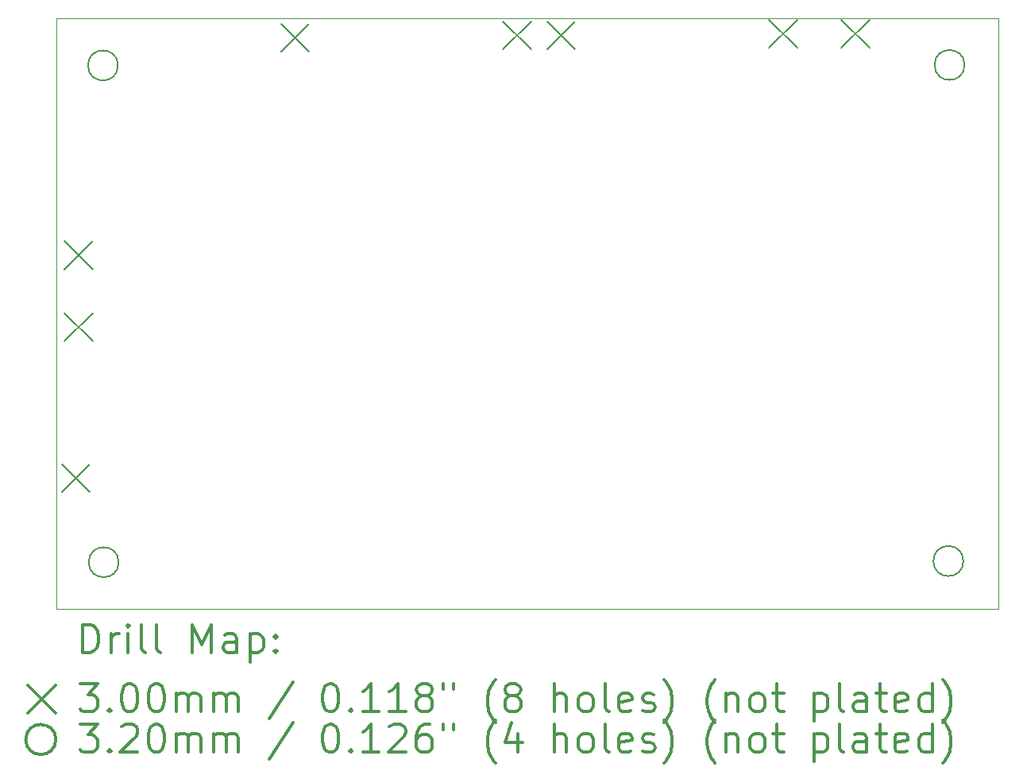
<source format=gbr>
%FSLAX45Y45*%
G04 Gerber Fmt 4.5, Leading zero omitted, Abs format (unit mm)*
G04 Created by KiCad (PCBNEW (5.1.6)-1) date 2021-05-10 23:03:25*
%MOMM*%
%LPD*%
G01*
G04 APERTURE LIST*
%TA.AperFunction,Profile*%
%ADD10C,0.050000*%
%TD*%
%ADD11C,0.200000*%
%ADD12C,0.300000*%
G04 APERTURE END LIST*
D10*
X18935700Y-11493500D02*
X18935700Y-5207000D01*
X8890000Y-11493500D02*
X18935700Y-11493500D01*
X8890000Y-5207000D02*
X8890000Y-11493500D01*
X18935700Y-5207000D02*
X8890000Y-5207000D01*
D11*
X11287480Y-5260000D02*
X11587480Y-5560000D01*
X11587480Y-5260000D02*
X11287480Y-5560000D01*
X8981300Y-7576300D02*
X9281300Y-7876300D01*
X9281300Y-7576300D02*
X8981300Y-7876300D01*
X8981300Y-8346300D02*
X9281300Y-8646300D01*
X9281300Y-8346300D02*
X8981300Y-8646300D01*
X8950820Y-9951580D02*
X9250820Y-10251580D01*
X9250820Y-9951580D02*
X8950820Y-10251580D01*
X16490340Y-5221900D02*
X16790340Y-5521900D01*
X16790340Y-5221900D02*
X16490340Y-5521900D01*
X17260340Y-5221900D02*
X17560340Y-5521900D01*
X17560340Y-5221900D02*
X17260340Y-5521900D01*
X13654000Y-5237140D02*
X13954000Y-5537140D01*
X13954000Y-5237140D02*
X13654000Y-5537140D01*
X14124000Y-5237140D02*
X14424000Y-5537140D01*
X14424000Y-5237140D02*
X14124000Y-5537140D01*
X18575000Y-5702300D02*
G75*
G03*
X18575000Y-5702300I-160000J0D01*
G01*
X9550000Y-5707000D02*
G75*
G03*
X9550000Y-5707000I-160000J0D01*
G01*
X9558000Y-10998200D02*
G75*
G03*
X9558000Y-10998200I-160000J0D01*
G01*
X18562300Y-10985500D02*
G75*
G03*
X18562300Y-10985500I-160000J0D01*
G01*
D12*
X9173928Y-11961714D02*
X9173928Y-11661714D01*
X9245357Y-11661714D01*
X9288214Y-11676000D01*
X9316786Y-11704571D01*
X9331071Y-11733143D01*
X9345357Y-11790286D01*
X9345357Y-11833143D01*
X9331071Y-11890286D01*
X9316786Y-11918857D01*
X9288214Y-11947429D01*
X9245357Y-11961714D01*
X9173928Y-11961714D01*
X9473928Y-11961714D02*
X9473928Y-11761714D01*
X9473928Y-11818857D02*
X9488214Y-11790286D01*
X9502500Y-11776000D01*
X9531071Y-11761714D01*
X9559643Y-11761714D01*
X9659643Y-11961714D02*
X9659643Y-11761714D01*
X9659643Y-11661714D02*
X9645357Y-11676000D01*
X9659643Y-11690286D01*
X9673928Y-11676000D01*
X9659643Y-11661714D01*
X9659643Y-11690286D01*
X9845357Y-11961714D02*
X9816786Y-11947429D01*
X9802500Y-11918857D01*
X9802500Y-11661714D01*
X10002500Y-11961714D02*
X9973928Y-11947429D01*
X9959643Y-11918857D01*
X9959643Y-11661714D01*
X10345357Y-11961714D02*
X10345357Y-11661714D01*
X10445357Y-11876000D01*
X10545357Y-11661714D01*
X10545357Y-11961714D01*
X10816786Y-11961714D02*
X10816786Y-11804571D01*
X10802500Y-11776000D01*
X10773928Y-11761714D01*
X10716786Y-11761714D01*
X10688214Y-11776000D01*
X10816786Y-11947429D02*
X10788214Y-11961714D01*
X10716786Y-11961714D01*
X10688214Y-11947429D01*
X10673928Y-11918857D01*
X10673928Y-11890286D01*
X10688214Y-11861714D01*
X10716786Y-11847429D01*
X10788214Y-11847429D01*
X10816786Y-11833143D01*
X10959643Y-11761714D02*
X10959643Y-12061714D01*
X10959643Y-11776000D02*
X10988214Y-11761714D01*
X11045357Y-11761714D01*
X11073928Y-11776000D01*
X11088214Y-11790286D01*
X11102500Y-11818857D01*
X11102500Y-11904571D01*
X11088214Y-11933143D01*
X11073928Y-11947429D01*
X11045357Y-11961714D01*
X10988214Y-11961714D01*
X10959643Y-11947429D01*
X11231071Y-11933143D02*
X11245357Y-11947429D01*
X11231071Y-11961714D01*
X11216786Y-11947429D01*
X11231071Y-11933143D01*
X11231071Y-11961714D01*
X11231071Y-11776000D02*
X11245357Y-11790286D01*
X11231071Y-11804571D01*
X11216786Y-11790286D01*
X11231071Y-11776000D01*
X11231071Y-11804571D01*
X8587500Y-12306000D02*
X8887500Y-12606000D01*
X8887500Y-12306000D02*
X8587500Y-12606000D01*
X9145357Y-12291714D02*
X9331071Y-12291714D01*
X9231071Y-12406000D01*
X9273928Y-12406000D01*
X9302500Y-12420286D01*
X9316786Y-12434571D01*
X9331071Y-12463143D01*
X9331071Y-12534571D01*
X9316786Y-12563143D01*
X9302500Y-12577429D01*
X9273928Y-12591714D01*
X9188214Y-12591714D01*
X9159643Y-12577429D01*
X9145357Y-12563143D01*
X9459643Y-12563143D02*
X9473928Y-12577429D01*
X9459643Y-12591714D01*
X9445357Y-12577429D01*
X9459643Y-12563143D01*
X9459643Y-12591714D01*
X9659643Y-12291714D02*
X9688214Y-12291714D01*
X9716786Y-12306000D01*
X9731071Y-12320286D01*
X9745357Y-12348857D01*
X9759643Y-12406000D01*
X9759643Y-12477429D01*
X9745357Y-12534571D01*
X9731071Y-12563143D01*
X9716786Y-12577429D01*
X9688214Y-12591714D01*
X9659643Y-12591714D01*
X9631071Y-12577429D01*
X9616786Y-12563143D01*
X9602500Y-12534571D01*
X9588214Y-12477429D01*
X9588214Y-12406000D01*
X9602500Y-12348857D01*
X9616786Y-12320286D01*
X9631071Y-12306000D01*
X9659643Y-12291714D01*
X9945357Y-12291714D02*
X9973928Y-12291714D01*
X10002500Y-12306000D01*
X10016786Y-12320286D01*
X10031071Y-12348857D01*
X10045357Y-12406000D01*
X10045357Y-12477429D01*
X10031071Y-12534571D01*
X10016786Y-12563143D01*
X10002500Y-12577429D01*
X9973928Y-12591714D01*
X9945357Y-12591714D01*
X9916786Y-12577429D01*
X9902500Y-12563143D01*
X9888214Y-12534571D01*
X9873928Y-12477429D01*
X9873928Y-12406000D01*
X9888214Y-12348857D01*
X9902500Y-12320286D01*
X9916786Y-12306000D01*
X9945357Y-12291714D01*
X10173928Y-12591714D02*
X10173928Y-12391714D01*
X10173928Y-12420286D02*
X10188214Y-12406000D01*
X10216786Y-12391714D01*
X10259643Y-12391714D01*
X10288214Y-12406000D01*
X10302500Y-12434571D01*
X10302500Y-12591714D01*
X10302500Y-12434571D02*
X10316786Y-12406000D01*
X10345357Y-12391714D01*
X10388214Y-12391714D01*
X10416786Y-12406000D01*
X10431071Y-12434571D01*
X10431071Y-12591714D01*
X10573928Y-12591714D02*
X10573928Y-12391714D01*
X10573928Y-12420286D02*
X10588214Y-12406000D01*
X10616786Y-12391714D01*
X10659643Y-12391714D01*
X10688214Y-12406000D01*
X10702500Y-12434571D01*
X10702500Y-12591714D01*
X10702500Y-12434571D02*
X10716786Y-12406000D01*
X10745357Y-12391714D01*
X10788214Y-12391714D01*
X10816786Y-12406000D01*
X10831071Y-12434571D01*
X10831071Y-12591714D01*
X11416786Y-12277429D02*
X11159643Y-12663143D01*
X11802500Y-12291714D02*
X11831071Y-12291714D01*
X11859643Y-12306000D01*
X11873928Y-12320286D01*
X11888214Y-12348857D01*
X11902500Y-12406000D01*
X11902500Y-12477429D01*
X11888214Y-12534571D01*
X11873928Y-12563143D01*
X11859643Y-12577429D01*
X11831071Y-12591714D01*
X11802500Y-12591714D01*
X11773928Y-12577429D01*
X11759643Y-12563143D01*
X11745357Y-12534571D01*
X11731071Y-12477429D01*
X11731071Y-12406000D01*
X11745357Y-12348857D01*
X11759643Y-12320286D01*
X11773928Y-12306000D01*
X11802500Y-12291714D01*
X12031071Y-12563143D02*
X12045357Y-12577429D01*
X12031071Y-12591714D01*
X12016786Y-12577429D01*
X12031071Y-12563143D01*
X12031071Y-12591714D01*
X12331071Y-12591714D02*
X12159643Y-12591714D01*
X12245357Y-12591714D02*
X12245357Y-12291714D01*
X12216786Y-12334571D01*
X12188214Y-12363143D01*
X12159643Y-12377429D01*
X12616786Y-12591714D02*
X12445357Y-12591714D01*
X12531071Y-12591714D02*
X12531071Y-12291714D01*
X12502500Y-12334571D01*
X12473928Y-12363143D01*
X12445357Y-12377429D01*
X12788214Y-12420286D02*
X12759643Y-12406000D01*
X12745357Y-12391714D01*
X12731071Y-12363143D01*
X12731071Y-12348857D01*
X12745357Y-12320286D01*
X12759643Y-12306000D01*
X12788214Y-12291714D01*
X12845357Y-12291714D01*
X12873928Y-12306000D01*
X12888214Y-12320286D01*
X12902500Y-12348857D01*
X12902500Y-12363143D01*
X12888214Y-12391714D01*
X12873928Y-12406000D01*
X12845357Y-12420286D01*
X12788214Y-12420286D01*
X12759643Y-12434571D01*
X12745357Y-12448857D01*
X12731071Y-12477429D01*
X12731071Y-12534571D01*
X12745357Y-12563143D01*
X12759643Y-12577429D01*
X12788214Y-12591714D01*
X12845357Y-12591714D01*
X12873928Y-12577429D01*
X12888214Y-12563143D01*
X12902500Y-12534571D01*
X12902500Y-12477429D01*
X12888214Y-12448857D01*
X12873928Y-12434571D01*
X12845357Y-12420286D01*
X13016786Y-12291714D02*
X13016786Y-12348857D01*
X13131071Y-12291714D02*
X13131071Y-12348857D01*
X13573928Y-12706000D02*
X13559643Y-12691714D01*
X13531071Y-12648857D01*
X13516786Y-12620286D01*
X13502500Y-12577429D01*
X13488214Y-12506000D01*
X13488214Y-12448857D01*
X13502500Y-12377429D01*
X13516786Y-12334571D01*
X13531071Y-12306000D01*
X13559643Y-12263143D01*
X13573928Y-12248857D01*
X13731071Y-12420286D02*
X13702500Y-12406000D01*
X13688214Y-12391714D01*
X13673928Y-12363143D01*
X13673928Y-12348857D01*
X13688214Y-12320286D01*
X13702500Y-12306000D01*
X13731071Y-12291714D01*
X13788214Y-12291714D01*
X13816786Y-12306000D01*
X13831071Y-12320286D01*
X13845357Y-12348857D01*
X13845357Y-12363143D01*
X13831071Y-12391714D01*
X13816786Y-12406000D01*
X13788214Y-12420286D01*
X13731071Y-12420286D01*
X13702500Y-12434571D01*
X13688214Y-12448857D01*
X13673928Y-12477429D01*
X13673928Y-12534571D01*
X13688214Y-12563143D01*
X13702500Y-12577429D01*
X13731071Y-12591714D01*
X13788214Y-12591714D01*
X13816786Y-12577429D01*
X13831071Y-12563143D01*
X13845357Y-12534571D01*
X13845357Y-12477429D01*
X13831071Y-12448857D01*
X13816786Y-12434571D01*
X13788214Y-12420286D01*
X14202500Y-12591714D02*
X14202500Y-12291714D01*
X14331071Y-12591714D02*
X14331071Y-12434571D01*
X14316786Y-12406000D01*
X14288214Y-12391714D01*
X14245357Y-12391714D01*
X14216786Y-12406000D01*
X14202500Y-12420286D01*
X14516786Y-12591714D02*
X14488214Y-12577429D01*
X14473928Y-12563143D01*
X14459643Y-12534571D01*
X14459643Y-12448857D01*
X14473928Y-12420286D01*
X14488214Y-12406000D01*
X14516786Y-12391714D01*
X14559643Y-12391714D01*
X14588214Y-12406000D01*
X14602500Y-12420286D01*
X14616786Y-12448857D01*
X14616786Y-12534571D01*
X14602500Y-12563143D01*
X14588214Y-12577429D01*
X14559643Y-12591714D01*
X14516786Y-12591714D01*
X14788214Y-12591714D02*
X14759643Y-12577429D01*
X14745357Y-12548857D01*
X14745357Y-12291714D01*
X15016786Y-12577429D02*
X14988214Y-12591714D01*
X14931071Y-12591714D01*
X14902500Y-12577429D01*
X14888214Y-12548857D01*
X14888214Y-12434571D01*
X14902500Y-12406000D01*
X14931071Y-12391714D01*
X14988214Y-12391714D01*
X15016786Y-12406000D01*
X15031071Y-12434571D01*
X15031071Y-12463143D01*
X14888214Y-12491714D01*
X15145357Y-12577429D02*
X15173928Y-12591714D01*
X15231071Y-12591714D01*
X15259643Y-12577429D01*
X15273928Y-12548857D01*
X15273928Y-12534571D01*
X15259643Y-12506000D01*
X15231071Y-12491714D01*
X15188214Y-12491714D01*
X15159643Y-12477429D01*
X15145357Y-12448857D01*
X15145357Y-12434571D01*
X15159643Y-12406000D01*
X15188214Y-12391714D01*
X15231071Y-12391714D01*
X15259643Y-12406000D01*
X15373928Y-12706000D02*
X15388214Y-12691714D01*
X15416786Y-12648857D01*
X15431071Y-12620286D01*
X15445357Y-12577429D01*
X15459643Y-12506000D01*
X15459643Y-12448857D01*
X15445357Y-12377429D01*
X15431071Y-12334571D01*
X15416786Y-12306000D01*
X15388214Y-12263143D01*
X15373928Y-12248857D01*
X15916786Y-12706000D02*
X15902500Y-12691714D01*
X15873928Y-12648857D01*
X15859643Y-12620286D01*
X15845357Y-12577429D01*
X15831071Y-12506000D01*
X15831071Y-12448857D01*
X15845357Y-12377429D01*
X15859643Y-12334571D01*
X15873928Y-12306000D01*
X15902500Y-12263143D01*
X15916786Y-12248857D01*
X16031071Y-12391714D02*
X16031071Y-12591714D01*
X16031071Y-12420286D02*
X16045357Y-12406000D01*
X16073928Y-12391714D01*
X16116786Y-12391714D01*
X16145357Y-12406000D01*
X16159643Y-12434571D01*
X16159643Y-12591714D01*
X16345357Y-12591714D02*
X16316786Y-12577429D01*
X16302500Y-12563143D01*
X16288214Y-12534571D01*
X16288214Y-12448857D01*
X16302500Y-12420286D01*
X16316786Y-12406000D01*
X16345357Y-12391714D01*
X16388214Y-12391714D01*
X16416786Y-12406000D01*
X16431071Y-12420286D01*
X16445357Y-12448857D01*
X16445357Y-12534571D01*
X16431071Y-12563143D01*
X16416786Y-12577429D01*
X16388214Y-12591714D01*
X16345357Y-12591714D01*
X16531071Y-12391714D02*
X16645357Y-12391714D01*
X16573928Y-12291714D02*
X16573928Y-12548857D01*
X16588214Y-12577429D01*
X16616786Y-12591714D01*
X16645357Y-12591714D01*
X16973928Y-12391714D02*
X16973928Y-12691714D01*
X16973928Y-12406000D02*
X17002500Y-12391714D01*
X17059643Y-12391714D01*
X17088214Y-12406000D01*
X17102500Y-12420286D01*
X17116786Y-12448857D01*
X17116786Y-12534571D01*
X17102500Y-12563143D01*
X17088214Y-12577429D01*
X17059643Y-12591714D01*
X17002500Y-12591714D01*
X16973928Y-12577429D01*
X17288214Y-12591714D02*
X17259643Y-12577429D01*
X17245357Y-12548857D01*
X17245357Y-12291714D01*
X17531071Y-12591714D02*
X17531071Y-12434571D01*
X17516786Y-12406000D01*
X17488214Y-12391714D01*
X17431071Y-12391714D01*
X17402500Y-12406000D01*
X17531071Y-12577429D02*
X17502500Y-12591714D01*
X17431071Y-12591714D01*
X17402500Y-12577429D01*
X17388214Y-12548857D01*
X17388214Y-12520286D01*
X17402500Y-12491714D01*
X17431071Y-12477429D01*
X17502500Y-12477429D01*
X17531071Y-12463143D01*
X17631071Y-12391714D02*
X17745357Y-12391714D01*
X17673928Y-12291714D02*
X17673928Y-12548857D01*
X17688214Y-12577429D01*
X17716786Y-12591714D01*
X17745357Y-12591714D01*
X17959643Y-12577429D02*
X17931071Y-12591714D01*
X17873928Y-12591714D01*
X17845357Y-12577429D01*
X17831071Y-12548857D01*
X17831071Y-12434571D01*
X17845357Y-12406000D01*
X17873928Y-12391714D01*
X17931071Y-12391714D01*
X17959643Y-12406000D01*
X17973928Y-12434571D01*
X17973928Y-12463143D01*
X17831071Y-12491714D01*
X18231071Y-12591714D02*
X18231071Y-12291714D01*
X18231071Y-12577429D02*
X18202500Y-12591714D01*
X18145357Y-12591714D01*
X18116786Y-12577429D01*
X18102500Y-12563143D01*
X18088214Y-12534571D01*
X18088214Y-12448857D01*
X18102500Y-12420286D01*
X18116786Y-12406000D01*
X18145357Y-12391714D01*
X18202500Y-12391714D01*
X18231071Y-12406000D01*
X18345357Y-12706000D02*
X18359643Y-12691714D01*
X18388214Y-12648857D01*
X18402500Y-12620286D01*
X18416786Y-12577429D01*
X18431071Y-12506000D01*
X18431071Y-12448857D01*
X18416786Y-12377429D01*
X18402500Y-12334571D01*
X18388214Y-12306000D01*
X18359643Y-12263143D01*
X18345357Y-12248857D01*
X8887500Y-12886000D02*
G75*
G03*
X8887500Y-12886000I-160000J0D01*
G01*
X9145357Y-12721714D02*
X9331071Y-12721714D01*
X9231071Y-12836000D01*
X9273928Y-12836000D01*
X9302500Y-12850286D01*
X9316786Y-12864571D01*
X9331071Y-12893143D01*
X9331071Y-12964571D01*
X9316786Y-12993143D01*
X9302500Y-13007429D01*
X9273928Y-13021714D01*
X9188214Y-13021714D01*
X9159643Y-13007429D01*
X9145357Y-12993143D01*
X9459643Y-12993143D02*
X9473928Y-13007429D01*
X9459643Y-13021714D01*
X9445357Y-13007429D01*
X9459643Y-12993143D01*
X9459643Y-13021714D01*
X9588214Y-12750286D02*
X9602500Y-12736000D01*
X9631071Y-12721714D01*
X9702500Y-12721714D01*
X9731071Y-12736000D01*
X9745357Y-12750286D01*
X9759643Y-12778857D01*
X9759643Y-12807429D01*
X9745357Y-12850286D01*
X9573928Y-13021714D01*
X9759643Y-13021714D01*
X9945357Y-12721714D02*
X9973928Y-12721714D01*
X10002500Y-12736000D01*
X10016786Y-12750286D01*
X10031071Y-12778857D01*
X10045357Y-12836000D01*
X10045357Y-12907429D01*
X10031071Y-12964571D01*
X10016786Y-12993143D01*
X10002500Y-13007429D01*
X9973928Y-13021714D01*
X9945357Y-13021714D01*
X9916786Y-13007429D01*
X9902500Y-12993143D01*
X9888214Y-12964571D01*
X9873928Y-12907429D01*
X9873928Y-12836000D01*
X9888214Y-12778857D01*
X9902500Y-12750286D01*
X9916786Y-12736000D01*
X9945357Y-12721714D01*
X10173928Y-13021714D02*
X10173928Y-12821714D01*
X10173928Y-12850286D02*
X10188214Y-12836000D01*
X10216786Y-12821714D01*
X10259643Y-12821714D01*
X10288214Y-12836000D01*
X10302500Y-12864571D01*
X10302500Y-13021714D01*
X10302500Y-12864571D02*
X10316786Y-12836000D01*
X10345357Y-12821714D01*
X10388214Y-12821714D01*
X10416786Y-12836000D01*
X10431071Y-12864571D01*
X10431071Y-13021714D01*
X10573928Y-13021714D02*
X10573928Y-12821714D01*
X10573928Y-12850286D02*
X10588214Y-12836000D01*
X10616786Y-12821714D01*
X10659643Y-12821714D01*
X10688214Y-12836000D01*
X10702500Y-12864571D01*
X10702500Y-13021714D01*
X10702500Y-12864571D02*
X10716786Y-12836000D01*
X10745357Y-12821714D01*
X10788214Y-12821714D01*
X10816786Y-12836000D01*
X10831071Y-12864571D01*
X10831071Y-13021714D01*
X11416786Y-12707429D02*
X11159643Y-13093143D01*
X11802500Y-12721714D02*
X11831071Y-12721714D01*
X11859643Y-12736000D01*
X11873928Y-12750286D01*
X11888214Y-12778857D01*
X11902500Y-12836000D01*
X11902500Y-12907429D01*
X11888214Y-12964571D01*
X11873928Y-12993143D01*
X11859643Y-13007429D01*
X11831071Y-13021714D01*
X11802500Y-13021714D01*
X11773928Y-13007429D01*
X11759643Y-12993143D01*
X11745357Y-12964571D01*
X11731071Y-12907429D01*
X11731071Y-12836000D01*
X11745357Y-12778857D01*
X11759643Y-12750286D01*
X11773928Y-12736000D01*
X11802500Y-12721714D01*
X12031071Y-12993143D02*
X12045357Y-13007429D01*
X12031071Y-13021714D01*
X12016786Y-13007429D01*
X12031071Y-12993143D01*
X12031071Y-13021714D01*
X12331071Y-13021714D02*
X12159643Y-13021714D01*
X12245357Y-13021714D02*
X12245357Y-12721714D01*
X12216786Y-12764571D01*
X12188214Y-12793143D01*
X12159643Y-12807429D01*
X12445357Y-12750286D02*
X12459643Y-12736000D01*
X12488214Y-12721714D01*
X12559643Y-12721714D01*
X12588214Y-12736000D01*
X12602500Y-12750286D01*
X12616786Y-12778857D01*
X12616786Y-12807429D01*
X12602500Y-12850286D01*
X12431071Y-13021714D01*
X12616786Y-13021714D01*
X12873928Y-12721714D02*
X12816786Y-12721714D01*
X12788214Y-12736000D01*
X12773928Y-12750286D01*
X12745357Y-12793143D01*
X12731071Y-12850286D01*
X12731071Y-12964571D01*
X12745357Y-12993143D01*
X12759643Y-13007429D01*
X12788214Y-13021714D01*
X12845357Y-13021714D01*
X12873928Y-13007429D01*
X12888214Y-12993143D01*
X12902500Y-12964571D01*
X12902500Y-12893143D01*
X12888214Y-12864571D01*
X12873928Y-12850286D01*
X12845357Y-12836000D01*
X12788214Y-12836000D01*
X12759643Y-12850286D01*
X12745357Y-12864571D01*
X12731071Y-12893143D01*
X13016786Y-12721714D02*
X13016786Y-12778857D01*
X13131071Y-12721714D02*
X13131071Y-12778857D01*
X13573928Y-13136000D02*
X13559643Y-13121714D01*
X13531071Y-13078857D01*
X13516786Y-13050286D01*
X13502500Y-13007429D01*
X13488214Y-12936000D01*
X13488214Y-12878857D01*
X13502500Y-12807429D01*
X13516786Y-12764571D01*
X13531071Y-12736000D01*
X13559643Y-12693143D01*
X13573928Y-12678857D01*
X13816786Y-12821714D02*
X13816786Y-13021714D01*
X13745357Y-12707429D02*
X13673928Y-12921714D01*
X13859643Y-12921714D01*
X14202500Y-13021714D02*
X14202500Y-12721714D01*
X14331071Y-13021714D02*
X14331071Y-12864571D01*
X14316786Y-12836000D01*
X14288214Y-12821714D01*
X14245357Y-12821714D01*
X14216786Y-12836000D01*
X14202500Y-12850286D01*
X14516786Y-13021714D02*
X14488214Y-13007429D01*
X14473928Y-12993143D01*
X14459643Y-12964571D01*
X14459643Y-12878857D01*
X14473928Y-12850286D01*
X14488214Y-12836000D01*
X14516786Y-12821714D01*
X14559643Y-12821714D01*
X14588214Y-12836000D01*
X14602500Y-12850286D01*
X14616786Y-12878857D01*
X14616786Y-12964571D01*
X14602500Y-12993143D01*
X14588214Y-13007429D01*
X14559643Y-13021714D01*
X14516786Y-13021714D01*
X14788214Y-13021714D02*
X14759643Y-13007429D01*
X14745357Y-12978857D01*
X14745357Y-12721714D01*
X15016786Y-13007429D02*
X14988214Y-13021714D01*
X14931071Y-13021714D01*
X14902500Y-13007429D01*
X14888214Y-12978857D01*
X14888214Y-12864571D01*
X14902500Y-12836000D01*
X14931071Y-12821714D01*
X14988214Y-12821714D01*
X15016786Y-12836000D01*
X15031071Y-12864571D01*
X15031071Y-12893143D01*
X14888214Y-12921714D01*
X15145357Y-13007429D02*
X15173928Y-13021714D01*
X15231071Y-13021714D01*
X15259643Y-13007429D01*
X15273928Y-12978857D01*
X15273928Y-12964571D01*
X15259643Y-12936000D01*
X15231071Y-12921714D01*
X15188214Y-12921714D01*
X15159643Y-12907429D01*
X15145357Y-12878857D01*
X15145357Y-12864571D01*
X15159643Y-12836000D01*
X15188214Y-12821714D01*
X15231071Y-12821714D01*
X15259643Y-12836000D01*
X15373928Y-13136000D02*
X15388214Y-13121714D01*
X15416786Y-13078857D01*
X15431071Y-13050286D01*
X15445357Y-13007429D01*
X15459643Y-12936000D01*
X15459643Y-12878857D01*
X15445357Y-12807429D01*
X15431071Y-12764571D01*
X15416786Y-12736000D01*
X15388214Y-12693143D01*
X15373928Y-12678857D01*
X15916786Y-13136000D02*
X15902500Y-13121714D01*
X15873928Y-13078857D01*
X15859643Y-13050286D01*
X15845357Y-13007429D01*
X15831071Y-12936000D01*
X15831071Y-12878857D01*
X15845357Y-12807429D01*
X15859643Y-12764571D01*
X15873928Y-12736000D01*
X15902500Y-12693143D01*
X15916786Y-12678857D01*
X16031071Y-12821714D02*
X16031071Y-13021714D01*
X16031071Y-12850286D02*
X16045357Y-12836000D01*
X16073928Y-12821714D01*
X16116786Y-12821714D01*
X16145357Y-12836000D01*
X16159643Y-12864571D01*
X16159643Y-13021714D01*
X16345357Y-13021714D02*
X16316786Y-13007429D01*
X16302500Y-12993143D01*
X16288214Y-12964571D01*
X16288214Y-12878857D01*
X16302500Y-12850286D01*
X16316786Y-12836000D01*
X16345357Y-12821714D01*
X16388214Y-12821714D01*
X16416786Y-12836000D01*
X16431071Y-12850286D01*
X16445357Y-12878857D01*
X16445357Y-12964571D01*
X16431071Y-12993143D01*
X16416786Y-13007429D01*
X16388214Y-13021714D01*
X16345357Y-13021714D01*
X16531071Y-12821714D02*
X16645357Y-12821714D01*
X16573928Y-12721714D02*
X16573928Y-12978857D01*
X16588214Y-13007429D01*
X16616786Y-13021714D01*
X16645357Y-13021714D01*
X16973928Y-12821714D02*
X16973928Y-13121714D01*
X16973928Y-12836000D02*
X17002500Y-12821714D01*
X17059643Y-12821714D01*
X17088214Y-12836000D01*
X17102500Y-12850286D01*
X17116786Y-12878857D01*
X17116786Y-12964571D01*
X17102500Y-12993143D01*
X17088214Y-13007429D01*
X17059643Y-13021714D01*
X17002500Y-13021714D01*
X16973928Y-13007429D01*
X17288214Y-13021714D02*
X17259643Y-13007429D01*
X17245357Y-12978857D01*
X17245357Y-12721714D01*
X17531071Y-13021714D02*
X17531071Y-12864571D01*
X17516786Y-12836000D01*
X17488214Y-12821714D01*
X17431071Y-12821714D01*
X17402500Y-12836000D01*
X17531071Y-13007429D02*
X17502500Y-13021714D01*
X17431071Y-13021714D01*
X17402500Y-13007429D01*
X17388214Y-12978857D01*
X17388214Y-12950286D01*
X17402500Y-12921714D01*
X17431071Y-12907429D01*
X17502500Y-12907429D01*
X17531071Y-12893143D01*
X17631071Y-12821714D02*
X17745357Y-12821714D01*
X17673928Y-12721714D02*
X17673928Y-12978857D01*
X17688214Y-13007429D01*
X17716786Y-13021714D01*
X17745357Y-13021714D01*
X17959643Y-13007429D02*
X17931071Y-13021714D01*
X17873928Y-13021714D01*
X17845357Y-13007429D01*
X17831071Y-12978857D01*
X17831071Y-12864571D01*
X17845357Y-12836000D01*
X17873928Y-12821714D01*
X17931071Y-12821714D01*
X17959643Y-12836000D01*
X17973928Y-12864571D01*
X17973928Y-12893143D01*
X17831071Y-12921714D01*
X18231071Y-13021714D02*
X18231071Y-12721714D01*
X18231071Y-13007429D02*
X18202500Y-13021714D01*
X18145357Y-13021714D01*
X18116786Y-13007429D01*
X18102500Y-12993143D01*
X18088214Y-12964571D01*
X18088214Y-12878857D01*
X18102500Y-12850286D01*
X18116786Y-12836000D01*
X18145357Y-12821714D01*
X18202500Y-12821714D01*
X18231071Y-12836000D01*
X18345357Y-13136000D02*
X18359643Y-13121714D01*
X18388214Y-13078857D01*
X18402500Y-13050286D01*
X18416786Y-13007429D01*
X18431071Y-12936000D01*
X18431071Y-12878857D01*
X18416786Y-12807429D01*
X18402500Y-12764571D01*
X18388214Y-12736000D01*
X18359643Y-12693143D01*
X18345357Y-12678857D01*
M02*

</source>
